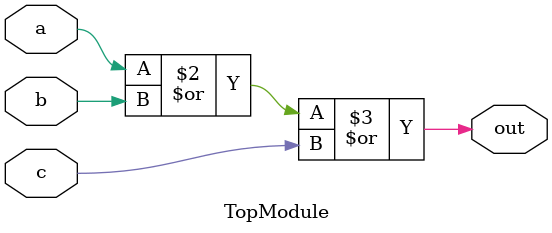
<source format=sv>

module TopModule (
  input a,
  input b,
  input c,
  output reg out
);

  always @(*) begin
    // Logic derived from Karnaugh map
    out = a | b | c;
  end

endmodule

// VERILOG-EVAL: errant inclusion of module definition

</source>
